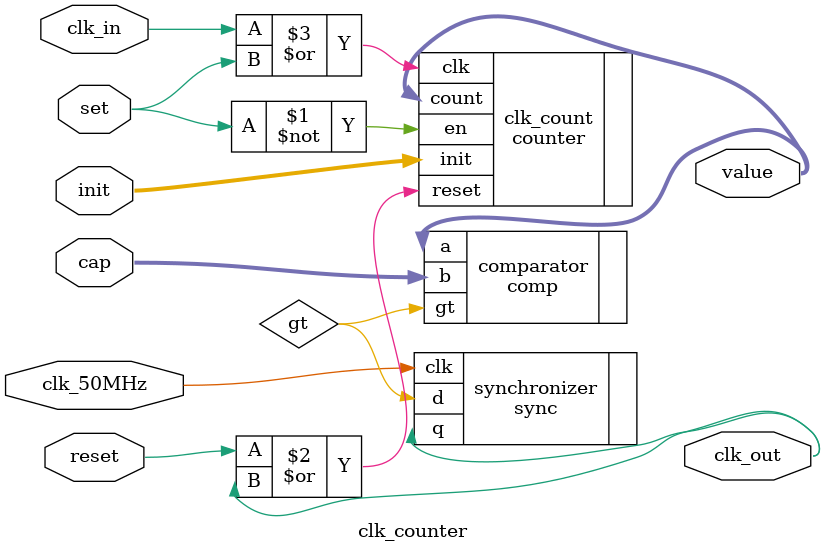
<source format=sv>
module clk_counter(input logic [5:0]          init, cap,
                   input logic               set, reset,
						 input logic        clk_in, clk_50MHz,
						 output logic [5:0]             value,
						 output logic                 clk_out);

   logic gt;
	
	counter clk_count(
	   
		.init                (init),
		.en                  (~set),
		.reset    (reset | clk_out),
		.clk         (clk_in | set),
		.count              (value)
	
	);
	
	
	comp comparator(
	   
		.a    (value),   
		.b      (cap),
		.gt      (gt)
	
	);
	

	sync synchronizer(
	
	   .clk  (clk_50MHz),
		.d           (gt),
		.q      (clk_out)
	
	);
	

endmodule 
</source>
